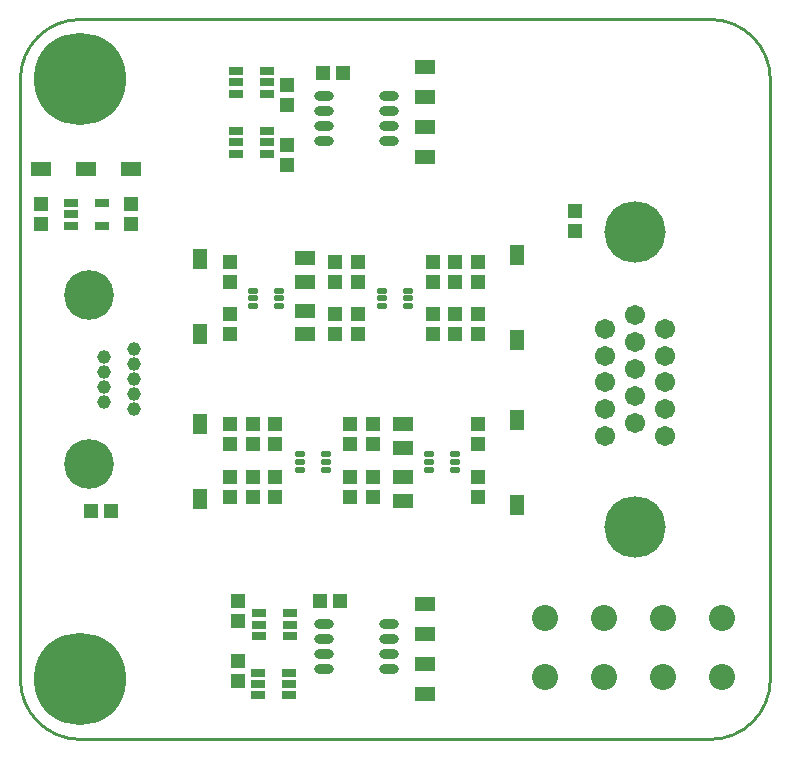
<source format=gts>
G04*
G04 #@! TF.GenerationSoftware,Altium Limited,Altium Designer,21.2.2 (38)*
G04*
G04 Layer_Color=8388736*
%FSLAX25Y25*%
%MOIN*%
G70*
G04*
G04 #@! TF.SameCoordinates,721590ED-CEA7-4866-BC24-90B372C3D9A2*
G04*
G04*
G04 #@! TF.FilePolarity,Negative*
G04*
G01*
G75*
%ADD12C,0.01000*%
%ADD15R,0.04882X0.02913*%
%ADD16R,0.04540X0.04540*%
%ADD17R,0.04540X0.04540*%
%ADD18O,0.06509X0.03162*%
%ADD19R,0.04737X0.07099*%
%ADD20R,0.06902X0.04737*%
%ADD21O,0.03543X0.02165*%
%ADD22R,0.07099X0.04737*%
%ADD23C,0.04540*%
%ADD24C,0.16548*%
%ADD25C,0.20485*%
%ADD26C,0.06706*%
%ADD27C,0.08674*%
%ADD28C,0.30800*%
%ADD29C,0.03800*%
D12*
X120000Y240000D02*
G03*
X100000Y220000I0J-20000D01*
G01*
X350000D02*
G03*
X330000Y240000I-20000J0D01*
G01*
Y0D02*
G03*
X350000Y20000I0J20000D01*
G01*
X100000D02*
G03*
X120000Y0I20000J0D01*
G01*
Y240000D02*
X330000D01*
X350000Y20000D02*
Y220000D01*
X120000Y0D02*
X330000D01*
X100000Y20000D02*
Y220000D01*
D15*
X171850Y215260D02*
D03*
Y219000D02*
D03*
Y222740D02*
D03*
X182087D02*
D03*
Y219000D02*
D03*
Y215260D02*
D03*
X171850Y195260D02*
D03*
Y199000D02*
D03*
Y202740D02*
D03*
X182087D02*
D03*
Y199000D02*
D03*
Y195260D02*
D03*
X179500Y41980D02*
D03*
Y38240D02*
D03*
Y34500D02*
D03*
X189736D02*
D03*
Y38240D02*
D03*
Y41980D02*
D03*
X179382Y22240D02*
D03*
Y18500D02*
D03*
Y14760D02*
D03*
X189618D02*
D03*
Y18500D02*
D03*
Y22240D02*
D03*
X127118Y178740D02*
D03*
Y171260D02*
D03*
X116882D02*
D03*
Y175000D02*
D03*
Y178740D02*
D03*
D16*
X188969Y191307D02*
D03*
Y198000D02*
D03*
Y211307D02*
D03*
Y218000D02*
D03*
X252500Y87500D02*
D03*
Y80807D02*
D03*
X217500D02*
D03*
Y87500D02*
D03*
X210000D02*
D03*
Y80807D02*
D03*
X185000Y87500D02*
D03*
Y80807D02*
D03*
X177500D02*
D03*
Y87500D02*
D03*
X170000Y80807D02*
D03*
Y87500D02*
D03*
X252500Y105000D02*
D03*
Y98307D02*
D03*
X217500D02*
D03*
Y105000D02*
D03*
X210000D02*
D03*
Y98307D02*
D03*
X185000Y105000D02*
D03*
Y98307D02*
D03*
X177500D02*
D03*
Y105000D02*
D03*
X170000D02*
D03*
Y98307D02*
D03*
X252500Y159193D02*
D03*
Y152500D02*
D03*
X245000Y159193D02*
D03*
Y152500D02*
D03*
X252500Y135000D02*
D03*
Y141693D02*
D03*
X245000D02*
D03*
Y135000D02*
D03*
X237500D02*
D03*
Y141693D02*
D03*
Y152500D02*
D03*
Y159193D02*
D03*
X205000D02*
D03*
Y152500D02*
D03*
X212500D02*
D03*
Y159193D02*
D03*
Y135000D02*
D03*
Y141693D02*
D03*
X205000D02*
D03*
Y135000D02*
D03*
X170000Y152500D02*
D03*
Y159193D02*
D03*
Y135000D02*
D03*
Y141693D02*
D03*
X172500Y39500D02*
D03*
Y46193D02*
D03*
Y19500D02*
D03*
Y26193D02*
D03*
X137000Y171653D02*
D03*
Y178347D02*
D03*
X107000Y171653D02*
D03*
Y178347D02*
D03*
X285000Y176193D02*
D03*
Y169500D02*
D03*
D17*
X201000Y222000D02*
D03*
X207693D02*
D03*
X206693Y46000D02*
D03*
X200000D02*
D03*
X130347Y76000D02*
D03*
X123653D02*
D03*
D18*
X222728Y199500D02*
D03*
Y204500D02*
D03*
Y209500D02*
D03*
Y214500D02*
D03*
X201272Y199500D02*
D03*
Y204500D02*
D03*
Y209500D02*
D03*
Y214500D02*
D03*
Y38500D02*
D03*
Y33500D02*
D03*
Y28500D02*
D03*
Y23500D02*
D03*
X222728Y38500D02*
D03*
Y33500D02*
D03*
Y28500D02*
D03*
Y23500D02*
D03*
D19*
X160000Y160000D02*
D03*
Y105000D02*
D03*
Y80000D02*
D03*
Y135000D02*
D03*
X265500Y133000D02*
D03*
Y161500D02*
D03*
Y106500D02*
D03*
Y78000D02*
D03*
D20*
X227500Y87500D02*
D03*
Y79626D02*
D03*
Y105000D02*
D03*
Y97126D02*
D03*
X195000Y152500D02*
D03*
Y160374D02*
D03*
Y135000D02*
D03*
Y142874D02*
D03*
D21*
X236169Y95059D02*
D03*
Y92500D02*
D03*
Y89941D02*
D03*
X244831Y95059D02*
D03*
Y92500D02*
D03*
Y89941D02*
D03*
X193169Y95059D02*
D03*
Y92500D02*
D03*
Y89941D02*
D03*
X201831Y95059D02*
D03*
Y92500D02*
D03*
Y89941D02*
D03*
X186331Y144441D02*
D03*
Y147000D02*
D03*
Y149559D02*
D03*
X177669Y144441D02*
D03*
Y147000D02*
D03*
Y149559D02*
D03*
X229331Y144441D02*
D03*
Y147000D02*
D03*
Y149559D02*
D03*
X220669Y144441D02*
D03*
Y147000D02*
D03*
Y149559D02*
D03*
D22*
X235000Y224000D02*
D03*
Y214000D02*
D03*
Y204000D02*
D03*
Y194000D02*
D03*
X107000Y190000D02*
D03*
X122000D02*
D03*
X137000D02*
D03*
X235000Y45000D02*
D03*
Y35000D02*
D03*
Y25000D02*
D03*
Y15000D02*
D03*
D23*
X138000Y120000D02*
D03*
Y125000D02*
D03*
Y130000D02*
D03*
Y115000D02*
D03*
Y110000D02*
D03*
X128000Y122500D02*
D03*
Y127500D02*
D03*
Y112500D02*
D03*
Y117500D02*
D03*
D24*
X123000Y148248D02*
D03*
Y91752D02*
D03*
D25*
X305000Y70807D02*
D03*
Y169193D02*
D03*
D26*
X295000Y136949D02*
D03*
X305000Y141437D02*
D03*
Y105532D02*
D03*
X295000Y127972D02*
D03*
X305000Y132461D02*
D03*
X295000Y118996D02*
D03*
X305000Y123484D02*
D03*
X295000Y110020D02*
D03*
X305000Y114508D02*
D03*
X295000Y101043D02*
D03*
X315000D02*
D03*
Y110020D02*
D03*
Y118996D02*
D03*
Y127972D02*
D03*
Y136949D02*
D03*
D27*
X274815Y40500D02*
D03*
X294500D02*
D03*
X314185D02*
D03*
X333870D02*
D03*
X274815Y20815D02*
D03*
X294500D02*
D03*
X314185D02*
D03*
X333870D02*
D03*
D28*
X120000Y20000D02*
D03*
Y220000D02*
D03*
D29*
X129842Y25905D02*
D03*
X125906Y10158D02*
D03*
X110158Y14095D02*
D03*
X125906Y29842D02*
D03*
X129842Y14095D02*
D03*
X114094Y10158D02*
D03*
Y29842D02*
D03*
X108750Y20000D02*
D03*
X120000Y8750D02*
D03*
X131250Y20000D02*
D03*
X120000Y31250D02*
D03*
X110158Y25905D02*
D03*
X129842Y225905D02*
D03*
X125906Y210157D02*
D03*
X110158Y214094D02*
D03*
X125906Y229842D02*
D03*
X129842Y214094D02*
D03*
X114094Y210157D02*
D03*
Y229842D02*
D03*
X108750Y220000D02*
D03*
X120000Y208750D02*
D03*
X131250Y220000D02*
D03*
X120000Y231250D02*
D03*
X110158Y225905D02*
D03*
M02*

</source>
